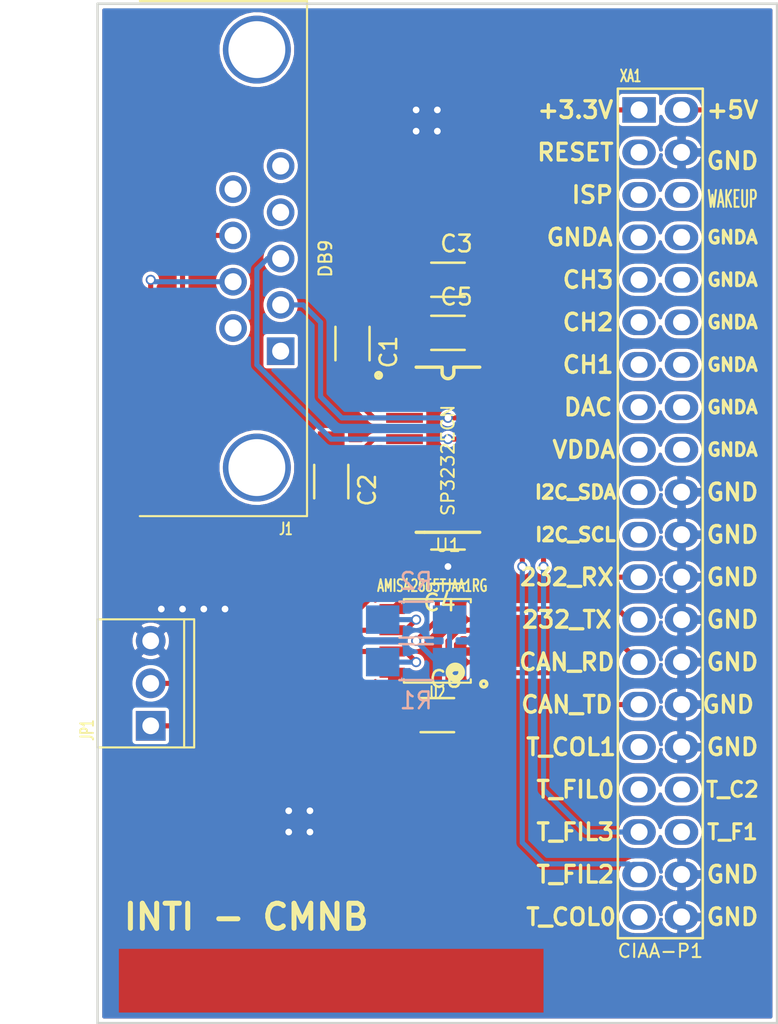
<source format=kicad_pcb>
(kicad_pcb (version 4) (host pcbnew 4.0.0-rc1-stable)
  (layers (0 F.Cu signal) (31 B.Cu signal hide) (34 B.Paste user) (35 F.Paste user) (36 B.SilkS user) (37 F.SilkS user) (38 B.Mask user) (39 F.Mask user) (44 Edge.Cuts user))
  (net 0 "")
  (net 1 "Net-(C1-Pad1)")
  (net 2 "Net-(C1-Pad2)")
  (net 3 "Net-(C2-Pad1)")
  (net 4 "Net-(C2-Pad2)")
  (net 5 GND)
  (net 6 "Net-(C3-Pad2)")
  (net 7 "Net-(C4-Pad2)")
  (net 8 +3.3V)
  (net 9 "Net-(J1-Pad1)")
  (net 10 "Net-(J1-Pad2)")
  (net 11 "Net-(J1-Pad3)")
  (net 12 "Net-(J1-Pad4)")
  (net 13 "Net-(J1-Pad5)")
  (net 14 "Net-(J1-Pad6)")
  (net 15 "Net-(J1-Pad7)")
  (net 16 "Net-(J1-Pad8)")
  (net 17 "Net-(J1-Pad9)")
  (net 18 "Net-(JP1-Pad1)")
  (net 19 "Net-(JP1-Pad2)")
  (net 20 "Net-(R1-Pad2)")
  (net 21 /Conector/RTS)
  (net 22 /Conector/CTS)
  (net 23 /Conector/RXD)
  (net 24 /Conector/TXD)
  (net 25 /Conector/CAN_TX)
  (net 26 /Conector/CAN_RX)
  (net 27 +5V)
  (net 28 "Net-(XA1-Pad11)")
  (net 29 "Net-(XA1-Pad13)")
  (net 30 "Net-(XA1-Pad6)")
  (net 31 "Net-(XA1-Pad15)")
  (net 32 "Net-(XA1-Pad8)")
  (net 33 "Net-(XA1-Pad17)")
  (net 34 "Net-(XA1-Pad10)")
  (net 35 "Net-(XA1-Pad19)")
  (net 36 "Net-(XA1-Pad12)")
  (net 37 "Net-(XA1-Pad21)")
  (net 38 "Net-(XA1-Pad14)")
  (net 39 "Net-(XA1-Pad16)")
  (net 40 "Net-(XA1-Pad18)")
  (net 41 "Net-(XA1-Pad31)")
  (net 42 "Net-(XA1-Pad33)")
  (net 43 "Net-(XA1-Pad34)")
  (net 44 "Net-(XA1-Pad36)")
  (net 45 "Net-(XA1-Pad3)")
  (net 46 "Net-(XA1-Pad5)")
  (net 47 "Net-(XA1-Pad7)")
  (net 48 "Net-(XA1-Pad9)")
  (net 49 "Net-(XA1-Pad39)")
  (module ej2:DB9_F_TH (layer F.Cu) (at 187.96 93.98 90)
    (fp_text reference J1 (at -16.165 1.735 180) (layer F.SilkS) (effects (font (size 0.7112 0.4572) (thickness 0.1143))))
    (fp_text value DB9 (at 0 4.1 90) (layer F.SilkS) (effects (font (size 0.762 0.762) (thickness 0.127))))
    (fp_line (start 15.4 3) (end 15.4 -7) (layer F.SilkS) (width 0.127))
    (fp_line (start -15.4 3) (end -15.4 -7) (layer F.SilkS) (width 0.127))
    (fp_line (start 15.4 3) (end -15.4 3) (layer F.SilkS) (width 0.127))
    (pad 1 thru_hole rect (at -5.5372 1.4224 90) (size 1.651 1.651) (drill 1.016) (layers *.Cu *.Mask) (net 9 "Net-(J1-Pad1)"))
    (pad 2 thru_hole circle (at -2.7686 1.4224 90) (size 1.651 1.651) (drill 1.016) (layers *.Cu *.Mask) (net 10 "Net-(J1-Pad2)"))
    (pad 3 thru_hole circle (at 0 1.4224 90) (size 1.651 1.651) (drill 1.016) (layers *.Cu *.Mask) (net 11 "Net-(J1-Pad3)"))
    (pad 4 thru_hole circle (at 2.7686 1.4224 90) (size 1.651 1.651) (drill 1.016) (layers *.Cu *.Mask) (net 12 "Net-(J1-Pad4)"))
    (pad 5 thru_hole circle (at 5.5372 1.4224 90) (size 1.651 1.651) (drill 1.016) (layers *.Cu *.Mask) (net 13 "Net-(J1-Pad5)"))
    (pad 6 thru_hole circle (at -4.1529 -1.4224 90) (size 1.651 1.651) (drill 1.016) (layers *.Cu *.Mask) (net 14 "Net-(J1-Pad6)"))
    (pad 7 thru_hole circle (at -1.3843 -1.4224 90) (size 1.651 1.651) (drill 1.016) (layers *.Cu *.Mask) (net 15 "Net-(J1-Pad7)"))
    (pad 8 thru_hole circle (at 1.3843 -1.4224 90) (size 1.651 1.651) (drill 1.016) (layers *.Cu *.Mask) (net 16 "Net-(J1-Pad8)"))
    (pad 9 thru_hole circle (at 4.1529 -1.4224 90) (size 1.651 1.651) (drill 1.016) (layers *.Cu *.Mask) (net 17 "Net-(J1-Pad9)"))
    (pad 10 thru_hole circle (at -12.4968 0 90) (size 4.064 4.064) (drill 3.4) (layers *.Cu *.Mask))
    (pad 11 thru_hole circle (at 12.4968 0 90) (size 4.064 4.064) (drill 3.4) (layers *.Cu *.Mask))
  )
  (module ej2:CON_PALETA_3 (layer F.Cu) (at 181.61 119.38 90)
    (fp_text reference JP1 (at -2.8 -3.8 90) (layer F.SilkS) (effects (font (size 0.762 0.4572) (thickness 0.127))))
    (fp_text value CAN)
    (fp_line (start 3.83 -3.2) (end 3.83 2.6) (layer F.SilkS) (width 0.127))
    (fp_line (start -3.83 -3.2) (end 3.83 -3.2) (layer F.SilkS) (width 0.127))
    (fp_line (start -3.83 2.6) (end -3.83 -3.2) (layer F.SilkS) (width 0.127))
    (fp_line (start 3.83 2.6) (end -3.83 2.6) (layer F.SilkS) (width 0.127))
    (fp_line (start 3.83 2) (end -3.83 2) (layer F.SilkS) (width 0.127))
    (pad 1 thru_hole rect (at -2.54 0 90) (size 1.778 1.778) (drill 1) (layers *.Cu *.Mask) (net 18 "Net-(JP1-Pad1)"))
    (pad 2 thru_hole circle (at 0 0 90) (size 1.778 1.778) (drill 1) (layers *.Cu *.Mask) (net 19 "Net-(JP1-Pad2)"))
    (pad 3 thru_hole circle (at 2.54 0 90) (size 1.778 1.778) (drill 1) (layers *.Cu *.Mask) (net 5 GND))
  )
  (module ej2:R_1206_HandSoldering (layer B.Cu) (at 197.485 118.11)
    (fp_text reference R1 (at 0 2.3) (layer B.SilkS) (effects (justify mirror)))
    (fp_text value 60)
    (fp_line (start 1 -1.075) (end -1 -1.075) (layer B.SilkS) (width 0.15))
    (fp_line (start -1 1.075) (end 1 1.075) (layer B.SilkS) (width 0.15))
    (pad 1 smd rect (at -2 0) (size 2 1.7) (layers B.Cu B.Paste B.Mask) (net 18 "Net-(JP1-Pad1)"))
    (pad 2 smd rect (at 2 0) (size 2 1.7) (layers B.Cu B.Paste B.Mask) (net 20 "Net-(R1-Pad2)"))
  )
  (module ej2:R_1206_HandSoldering (layer B.Cu) (at 197.485 115.57 180)
    (fp_text reference R2 (at 0 2.3 180) (layer B.SilkS) (effects (justify mirror)))
    (fp_text value 60)
    (fp_line (start 1 -1.075) (end -1 -1.075) (layer B.SilkS) (width 0.15))
    (fp_line (start -1 1.075) (end 1 1.075) (layer B.SilkS) (width 0.15))
    (pad 1 smd rect (at -2 0 180) (size 2 1.7) (layers B.Cu B.Paste B.Mask) (net 20 "Net-(R1-Pad2)"))
    (pad 2 smd rect (at 2 0 180) (size 2 1.7) (layers B.Cu B.Paste B.Mask) (net 19 "Net-(JP1-Pad2)"))
  )
  (module ej2:SP3232ECN-SOIC16N (layer F.Cu) (at 199.39 105.41 270)
    (fp_text reference U1 (at 5.715 0 360) (layer F.SilkS) (effects (font (size 0.762 0.762) (thickness 0.1143))))
    (fp_text value SP3232ECN (at 0.635 0 270) (layer F.SilkS) (effects (font (size 0.762 0.762) (thickness 0.1143))))
    (fp_line (start -4.6 0.35) (end -4.9 0.35) (layer F.SilkS) (width 0.2032))
    (fp_line (start -4.6 -0.35) (end -4.9 -0.35) (layer F.SilkS) (width 0.2032))
    (fp_arc (start -4.6 0) (end -4.6 -0.35) (angle 180) (layer F.SilkS) (width 0.2032))
    (fp_circle (center -4.45 4.15) (end -4.35 4.05) (layer F.SilkS) (width 0.254))
    (fp_line (start -4.93776 1.89992) (end -4.93776 0.35) (layer F.SilkS) (width 0.2032))
    (fp_line (start -4.93776 -0.35) (end -4.93776 -1.89992) (layer F.SilkS) (width 0.2032))
    (fp_line (start 4.93776 -1.89992) (end 4.93776 1.39954) (layer F.SilkS) (width 0.2032))
    (fp_line (start 4.93776 1.39954) (end 4.93776 1.89992) (layer F.SilkS) (width 0.2032))
    (pad 1 smd rect (at -4.445 2.59842 270) (size 0.59944 2.19964) (layers F.Cu F.Paste F.Mask) (net 1 "Net-(C1-Pad1)"))
    (pad 2 smd rect (at -3.175 2.59842 270) (size 0.59944 2.19964) (layers F.Cu F.Paste F.Mask) (net 6 "Net-(C3-Pad2)"))
    (pad 3 smd rect (at -1.905 2.59842 270) (size 0.59944 2.19964) (layers F.Cu F.Paste F.Mask) (net 2 "Net-(C1-Pad2)"))
    (pad 4 smd rect (at -0.635 2.59842 270) (size 0.59944 2.19964) (layers F.Cu F.Paste F.Mask) (net 3 "Net-(C2-Pad1)"))
    (pad 5 smd rect (at 0.635 2.59842 270) (size 0.59944 2.19964) (layers F.Cu F.Paste F.Mask) (net 4 "Net-(C2-Pad2)"))
    (pad 6 smd rect (at 1.905 2.59842 270) (size 0.59944 2.19964) (layers F.Cu F.Paste F.Mask) (net 7 "Net-(C4-Pad2)"))
    (pad 7 smd rect (at 3.175 2.59842 270) (size 0.59944 2.19964) (layers F.Cu F.Paste F.Mask) (net 16 "Net-(J1-Pad8)"))
    (pad 8 smd rect (at 4.445 2.59842 270) (size 0.59944 2.19964) (layers F.Cu F.Paste F.Mask) (net 15 "Net-(J1-Pad7)"))
    (pad 9 smd rect (at 4.445 -2.59842 270) (size 0.59944 2.19964) (layers F.Cu F.Paste F.Mask) (net 21 /Conector/RTS))
    (pad 10 smd rect (at 3.175 -2.59842 270) (size 0.59944 2.19964) (layers F.Cu F.Paste F.Mask) (net 22 /Conector/CTS))
    (pad 11 smd rect (at 1.905 -2.59842 270) (size 0.59944 2.19964) (layers F.Cu F.Paste F.Mask) (net 23 /Conector/RXD))
    (pad 12 smd rect (at 0.635 -2.59842 270) (size 0.59944 2.19964) (layers F.Cu F.Paste F.Mask) (net 24 /Conector/TXD))
    (pad 13 smd rect (at -0.635 -2.59842 270) (size 0.59944 2.19964) (layers F.Cu F.Paste F.Mask) (net 11 "Net-(J1-Pad3)"))
    (pad 14 smd rect (at -1.905 -2.59842 270) (size 0.59944 2.19964) (layers F.Cu F.Paste F.Mask) (net 10 "Net-(J1-Pad2)"))
    (pad 15 smd rect (at -3.175 -2.59842 270) (size 0.59944 2.19964) (layers F.Cu F.Paste F.Mask) (net 5 GND))
    (pad 16 smd rect (at -4.445 -2.59842 270) (size 0.59944 2.19964) (layers F.Cu F.Paste F.Mask) (net 8 +3.3V))
  )
  (module ej2:SOIC-8 (layer F.Cu) (at 198.755 116.84 180)
    (fp_text reference U2 (at 0 -3.1 180) (layer F.SilkS) (effects (font (size 0.7112 0.4572) (thickness 0.1143))))
    (fp_text value AMIS42665TJAA1RG (at 0.3 3.3 180) (layer F.SilkS) (effects (font (size 0.7112 0.4572) (thickness 0.1143))))
    (fp_line (start -2 -2.5) (end -2 -2.3) (layer F.SilkS) (width 0.127))
    (fp_line (start -2 2.5) (end -2 2.3) (layer F.SilkS) (width 0.127))
    (fp_line (start 2 2.5) (end 2 2.3) (layer F.SilkS) (width 0.127))
    (fp_line (start 2 -2.5) (end 2 -2.3) (layer F.SilkS) (width 0.127))
    (fp_circle (center -2.7746 -2.5764) (end -2.8 -2.5) (layer F.SilkS) (width 0.2032))
    (fp_line (start 2 -2.5) (end -2 -2.5) (layer F.SilkS) (width 0.127))
    (fp_line (start -2 2.5) (end 2 2.5) (layer F.SilkS) (width 0.127))
    (fp_circle (center -1.0746 -1.8764) (end -1.1 -1.7) (layer F.SilkS) (width 0.4))
    (pad 1 smd rect (at -2.7 -1.905 90) (size 0.6 1.52) (layers F.Cu F.Paste F.Mask) (net 25 /Conector/CAN_TX))
    (pad 2 smd rect (at -2.7 -0.635 90) (size 0.6 1.52) (layers F.Cu F.Paste F.Mask) (net 5 GND))
    (pad 3 smd rect (at -2.7 0.635 90) (size 0.6 1.52) (layers F.Cu F.Paste F.Mask) (net 27 +5V))
    (pad 4 smd rect (at -2.7 1.905 90) (size 0.6 1.52) (layers F.Cu F.Paste F.Mask) (net 26 /Conector/CAN_RX))
    (pad 5 smd rect (at 2.7 1.905 90) (size 0.6 1.52) (layers F.Cu F.Paste F.Mask) (net 20 "Net-(R1-Pad2)"))
    (pad 6 smd rect (at 2.7 0.635 90) (size 0.6 1.52) (layers F.Cu F.Paste F.Mask) (net 19 "Net-(JP1-Pad2)"))
    (pad 7 smd rect (at 2.7 -0.635 90) (size 0.6 1.52) (layers F.Cu F.Paste F.Mask) (net 18 "Net-(JP1-Pad1)"))
    (pad 8 smd rect (at 2.7 -1.905 90) (size 0.6 1.52) (layers F.Cu F.Paste F.Mask) (net 5 GND))
  )
  (module ej2:Conn_Poncho_Derecha (layer F.Cu) (at 210.82 85.09)
    (fp_text reference XA1 (at -0.508 -2.032) (layer F.SilkS) (effects (font (size 0.7112 0.4572) (thickness 0.1143))))
    (fp_text value Conn_Poncho2P_2x_20x2 hide)
    (fp_text user GND (at 5.588 48.26) (layer F.SilkS) (effects (font (thickness 0.2))))
    (fp_text user GND (at 5.588 45.72) (layer F.SilkS) (effects (font (thickness 0.2))))
    (fp_text user T_F1 (at 5.588 43.18) (layer F.SilkS) (effects (font (size 0.9 0.9) (thickness 0.18))))
    (fp_text user T_C2 (at 5.588 40.64) (layer F.SilkS) (effects (font (size 0.9 0.9) (thickness 0.18))))
    (fp_text user GND (at 5.588 38.1) (layer F.SilkS) (effects (font (thickness 0.2))))
    (fp_text user GND (at 5.334 35.56) (layer F.SilkS) (effects (font (thickness 0.2))))
    (fp_text user GND (at 5.588 33.02) (layer F.SilkS) (effects (font (thickness 0.2))))
    (fp_text user GND (at 5.588 30.48) (layer F.SilkS) (effects (font (thickness 0.2))))
    (fp_text user GND (at 5.588 27.94) (layer F.SilkS) (effects (font (thickness 0.2))))
    (fp_text user GND (at 5.588 25.4) (layer F.SilkS) (effects (font (thickness 0.2))))
    (fp_text user GND (at 5.588 22.86) (layer F.SilkS) (effects (font (thickness 0.2))))
    (fp_text user GNDA (at 5.588 20.32) (layer F.SilkS) (effects (font (size 0.76 0.76) (thickness 0.19))))
    (fp_text user GNDA (at 5.588 17.78) (layer F.SilkS) (effects (font (size 0.76 0.76) (thickness 0.19))))
    (fp_text user GNDA (at 5.588 15.24) (layer F.SilkS) (effects (font (size 0.76 0.76) (thickness 0.19))))
    (fp_text user GNDA (at 5.588 12.7) (layer F.SilkS) (effects (font (size 0.76 0.76) (thickness 0.19))))
    (fp_text user GNDA (at 5.588 10.16) (layer F.SilkS) (effects (font (size 0.76 0.76) (thickness 0.19))))
    (fp_text user GNDA (at 5.588 7.62) (layer F.SilkS) (effects (font (size 0.76 0.76) (thickness 0.19))))
    (fp_text user WAKEUP (at 5.588 5.334) (layer F.SilkS) (effects (font (size 1 0.5) (thickness 0.125))))
    (fp_text user GND (at 5.588 3.048) (layer F.SilkS) (effects (font (thickness 0.2))))
    (fp_text user +5V (at 5.588 0) (layer F.SilkS) (effects (font (thickness 0.2))))
    (fp_text user T_COL0 (at -4.064 48.26) (layer F.SilkS) (effects (font (thickness 0.2))))
    (fp_text user T_FIL2 (at -3.81 45.72) (layer F.SilkS) (effects (font (thickness 0.2))))
    (fp_text user T_FIL3 (at -3.81 43.18) (layer F.SilkS) (effects (font (thickness 0.2))))
    (fp_text user T_FIL0 (at -3.81 40.64) (layer F.SilkS) (effects (font (thickness 0.2))))
    (fp_text user T_COL1 (at -4.064 38.1) (layer F.SilkS) (effects (font (thickness 0.2))))
    (fp_text user CAN_TD (at -4.318 35.56) (layer F.SilkS) (effects (font (thickness 0.2))))
    (fp_text user CAN_RD (at -4.318 33.02) (layer F.SilkS) (effects (font (thickness 0.2))))
    (fp_text user 232_TX (at -4.318 30.48) (layer F.SilkS) (effects (font (thickness 0.2))))
    (fp_text user 232_RX (at -4.318 27.94) (layer F.SilkS) (effects (font (thickness 0.2))))
    (fp_text user I2C_SCL (at -3.81 25.4) (layer F.SilkS) (effects (font (size 0.8 0.8) (thickness 0.2))))
    (fp_text user I2C_SDA (at -3.81 22.86) (layer F.SilkS) (effects (font (size 0.8 0.8) (thickness 0.2))))
    (fp_text user VDDA (at -3.302 20.32) (layer F.SilkS) (effects (font (thickness 0.2))))
    (fp_text user DAC (at -3.048 17.78) (layer F.SilkS) (effects (font (thickness 0.2))))
    (fp_text user CH1 (at -3.048 15.24) (layer F.SilkS) (effects (font (thickness 0.2))))
    (fp_text user CH2 (at -3.048 12.7) (layer F.SilkS) (effects (font (thickness 0.2))))
    (fp_text user CH3 (at -3.048 10.16) (layer F.SilkS) (effects (font (thickness 0.2))))
    (fp_text user GNDA (at -3.556 7.62) (layer F.SilkS) (effects (font (thickness 0.2))))
    (fp_text user ISP (at -2.794 5.08) (layer F.SilkS) (effects (font (thickness 0.2))))
    (fp_text user RESET (at -3.81 2.54) (layer F.SilkS) (effects (font (thickness 0.2))))
    (fp_text user CIAA-P1 (at 1.27 50.292) (layer F.SilkS) (effects (font (size 0.8 0.8) (thickness 0.12))))
    (fp_text user +3.3V (at -3.81 0) (layer F.SilkS) (effects (font (thickness 0.2))))
    (fp_line (start -1.27 49.53) (end -1.27 -1.27) (layer F.SilkS) (width 0.15))
    (fp_line (start 3.81 49.53) (end 3.81 -1.27) (layer F.SilkS) (width 0.15))
    (fp_line (start 3.81 49.53) (end -1.27 49.53) (layer F.SilkS) (width 0.15))
    (fp_line (start 3.81 -1.27) (end -1.27 -1.27) (layer F.SilkS) (width 0.15))
    (pad 1 thru_hole rect (at 0 0 270) (size 1.524 2) (drill 1.016) (layers *.Cu *.Mask) (net 8 +3.3V))
    (pad 2 thru_hole oval (at 2.54 0 270) (size 1.524 2) (drill 1.016) (layers *.Cu *.Mask) (net 27 +5V))
    (pad 11 thru_hole oval (at 0 12.7 270) (size 1.524 2) (drill 1.016) (layers *.Cu *.Mask) (net 28 "Net-(XA1-Pad11)"))
    (pad 4 thru_hole oval (at 2.54 2.54 270) (size 1.524 2) (drill 1.016) (layers *.Cu *.Mask) (net 5 GND))
    (pad 13 thru_hole oval (at 0 15.24 270) (size 1.524 2) (drill 1.016) (layers *.Cu *.Mask) (net 29 "Net-(XA1-Pad13)"))
    (pad 6 thru_hole oval (at 2.54 5.08 270) (size 1.524 2) (drill 1.016) (layers *.Cu *.Mask) (net 30 "Net-(XA1-Pad6)"))
    (pad 15 thru_hole oval (at 0 17.78 270) (size 1.524 2) (drill 1.016) (layers *.Cu *.Mask) (net 31 "Net-(XA1-Pad15)"))
    (pad 8 thru_hole oval (at 2.54 7.62 270) (size 1.524 2) (drill 1.016) (layers *.Cu *.Mask) (net 32 "Net-(XA1-Pad8)"))
    (pad 17 thru_hole oval (at 0 20.32 270) (size 1.524 2) (drill 1.016) (layers *.Cu *.Mask) (net 33 "Net-(XA1-Pad17)"))
    (pad 10 thru_hole oval (at 2.54 10.16 270) (size 1.524 2) (drill 1.016) (layers *.Cu *.Mask) (net 34 "Net-(XA1-Pad10)"))
    (pad 19 thru_hole oval (at 0 22.86 270) (size 1.524 2) (drill 1.016) (layers *.Cu *.Mask) (net 35 "Net-(XA1-Pad19)"))
    (pad 12 thru_hole oval (at 2.54 12.7 270) (size 1.524 2) (drill 1.016) (layers *.Cu *.Mask) (net 36 "Net-(XA1-Pad12)"))
    (pad 21 thru_hole oval (at 0 25.4 270) (size 1.524 2) (drill 1.016) (layers *.Cu *.Mask) (net 37 "Net-(XA1-Pad21)"))
    (pad 14 thru_hole oval (at 2.54 15.24 270) (size 1.524 2) (drill 1.016) (layers *.Cu *.Mask) (net 38 "Net-(XA1-Pad14)"))
    (pad 23 thru_hole oval (at 0 27.94 270) (size 1.524 2) (drill 1.016) (layers *.Cu *.Mask) (net 24 /Conector/TXD))
    (pad 16 thru_hole oval (at 2.54 17.78 270) (size 1.524 2) (drill 1.016) (layers *.Cu *.Mask) (net 39 "Net-(XA1-Pad16)"))
    (pad 25 thru_hole oval (at 0 30.48 270) (size 1.524 2) (drill 1.016) (layers *.Cu *.Mask) (net 23 /Conector/RXD))
    (pad 18 thru_hole oval (at 2.54 20.32 270) (size 1.524 2) (drill 1.016) (layers *.Cu *.Mask) (net 40 "Net-(XA1-Pad18)"))
    (pad 27 thru_hole oval (at 0 33.02 270) (size 1.524 2) (drill 1.016) (layers *.Cu *.Mask) (net 26 /Conector/CAN_RX))
    (pad 20 thru_hole oval (at 2.54 22.86 270) (size 1.524 2) (drill 1.016) (layers *.Cu *.Mask) (net 5 GND))
    (pad 29 thru_hole oval (at 0 35.56 270) (size 1.524 2) (drill 1.016) (layers *.Cu *.Mask) (net 25 /Conector/CAN_TX))
    (pad 22 thru_hole oval (at 2.54 25.4 270) (size 1.524 2) (drill 1.016) (layers *.Cu *.Mask) (net 5 GND))
    (pad 31 thru_hole oval (at 0 38.1 270) (size 1.524 2) (drill 1.016) (layers *.Cu *.Mask) (net 41 "Net-(XA1-Pad31)"))
    (pad 24 thru_hole oval (at 2.54 27.94 270) (size 1.524 2) (drill 1.016) (layers *.Cu *.Mask) (net 5 GND))
    (pad 26 thru_hole oval (at 2.54 30.48 270) (size 1.524 2) (drill 1.016) (layers *.Cu *.Mask) (net 5 GND))
    (pad 33 thru_hole oval (at 0 40.64 270) (size 1.524 2) (drill 1.016) (layers *.Cu *.Mask) (net 42 "Net-(XA1-Pad33)"))
    (pad 28 thru_hole oval (at 2.54 33.02 270) (size 1.524 2) (drill 1.016) (layers *.Cu *.Mask) (net 5 GND))
    (pad 32 thru_hole oval (at 2.54 38.1 270) (size 1.524 2) (drill 1.016) (layers *.Cu *.Mask) (net 5 GND))
    (pad 34 thru_hole oval (at 2.54 40.64 270) (size 1.524 2) (drill 1.016) (layers *.Cu *.Mask) (net 43 "Net-(XA1-Pad34)"))
    (pad 36 thru_hole oval (at 2.54 43.18 270) (size 1.524 2) (drill 1.016) (layers *.Cu *.Mask) (net 44 "Net-(XA1-Pad36)"))
    (pad 38 thru_hole oval (at 2.54 45.72 270) (size 1.524 2) (drill 1.016) (layers *.Cu *.Mask) (net 5 GND))
    (pad 35 thru_hole oval (at 0 43.18 270) (size 1.524 2) (drill 1.016) (layers *.Cu *.Mask) (net 22 /Conector/CTS))
    (pad 37 thru_hole oval (at 0 45.72 270) (size 1.524 2) (drill 1.016) (layers *.Cu *.Mask) (net 21 /Conector/RTS))
    (pad 3 thru_hole oval (at 0 2.54 270) (size 1.524 2) (drill 1.016) (layers *.Cu *.Mask) (net 45 "Net-(XA1-Pad3)"))
    (pad 5 thru_hole oval (at 0 5.08 270) (size 1.524 2) (drill 1.016) (layers *.Cu *.Mask) (net 46 "Net-(XA1-Pad5)"))
    (pad 7 thru_hole oval (at 0 7.62 270) (size 1.524 2) (drill 1.016) (layers *.Cu *.Mask) (net 47 "Net-(XA1-Pad7)"))
    (pad 9 thru_hole oval (at 0 10.16 270) (size 1.524 2) (drill 1.016) (layers *.Cu *.Mask) (net 48 "Net-(XA1-Pad9)"))
    (pad 39 thru_hole oval (at 0 48.26 270) (size 1.524 2) (drill 1.016) (layers *.Cu *.Mask) (net 49 "Net-(XA1-Pad39)"))
    (pad 40 thru_hole oval (at 2.54 48.26 270) (size 1.524 2) (drill 1.016) (layers *.Cu *.Mask) (net 5 GND))
    (pad 30 thru_hole oval (at 2.54 35.56 270) (size 1.524 2) (drill 1.016) (layers *.Cu *.Mask) (net 5 GND))
  )
  (module ej2:C_1206_Handsoldering (layer F.Cu) (at 193.675 99.06 270)
    (fp_text reference C1 (at 0.508 -2.159 270) (layer F.SilkS))
    (fp_text value 100nF)
    (fp_line (start -1 1.015) (end 1 1.015) (layer F.SilkS) (width 0.15))
    (fp_line (start 1 -1.025) (end -1 -1.025) (layer F.SilkS) (width 0.15))
    (pad 1 smd rect (at -2 0 270) (size 2 1.6) (layers F.Cu F.Paste F.Mask) (net 1 "Net-(C1-Pad1)"))
    (pad 2 smd rect (at 2 0 270) (size 2 1.6) (layers F.Cu F.Paste F.Mask) (net 2 "Net-(C1-Pad2)"))
  )
  (module ej2:C_1206_Handsoldering (layer F.Cu) (at 192.405 107.315 270)
    (fp_text reference C2 (at 0.508 -2.159 270) (layer F.SilkS))
    (fp_text value 100nF)
    (fp_line (start -1 1.015) (end 1 1.015) (layer F.SilkS) (width 0.15))
    (fp_line (start 1 -1.025) (end -1 -1.025) (layer F.SilkS) (width 0.15))
    (pad 1 smd rect (at -2 0 270) (size 2 1.6) (layers F.Cu F.Paste F.Mask) (net 3 "Net-(C2-Pad1)"))
    (pad 2 smd rect (at 2 0 270) (size 2 1.6) (layers F.Cu F.Paste F.Mask) (net 4 "Net-(C2-Pad2)"))
  )
  (module ej2:C_1206_Handsoldering (layer F.Cu) (at 199.39 95.25)
    (fp_text reference C3 (at 0.508 -2.159) (layer F.SilkS))
    (fp_text value 100nF)
    (fp_line (start -1 1.015) (end 1 1.015) (layer F.SilkS) (width 0.15))
    (fp_line (start 1 -1.025) (end -1 -1.025) (layer F.SilkS) (width 0.15))
    (pad 1 smd rect (at -2 0) (size 2 1.6) (layers F.Cu F.Paste F.Mask) (net 5 GND))
    (pad 2 smd rect (at 2 0) (size 2 1.6) (layers F.Cu F.Paste F.Mask) (net 6 "Net-(C3-Pad2)"))
  )
  (module ej2:C_1206_Handsoldering (layer F.Cu) (at 199.39 112.395 180)
    (fp_text reference C4 (at 0.508 -2.159 180) (layer F.SilkS))
    (fp_text value 100nF)
    (fp_line (start -1 1.015) (end 1 1.015) (layer F.SilkS) (width 0.15))
    (fp_line (start 1 -1.025) (end -1 -1.025) (layer F.SilkS) (width 0.15))
    (pad 1 smd rect (at -2 0 180) (size 2 1.6) (layers F.Cu F.Paste F.Mask) (net 5 GND))
    (pad 2 smd rect (at 2 0 180) (size 2 1.6) (layers F.Cu F.Paste F.Mask) (net 7 "Net-(C4-Pad2)"))
  )
  (module ej2:C_1206_Handsoldering (layer F.Cu) (at 199.39 98.425)
    (fp_text reference C5 (at 0.508 -2.159) (layer F.SilkS))
    (fp_text value 100nF)
    (fp_line (start -1 1.015) (end 1 1.015) (layer F.SilkS) (width 0.15))
    (fp_line (start 1 -1.025) (end -1 -1.025) (layer F.SilkS) (width 0.15))
    (pad 1 smd rect (at -2 0) (size 2 1.6) (layers F.Cu F.Paste F.Mask) (net 5 GND))
    (pad 2 smd rect (at 2 0) (size 2 1.6) (layers F.Cu F.Paste F.Mask) (net 8 +3.3V))
  )
  (module ej2:C_1206_Handsoldering (layer F.Cu) (at 198.755 121.285)
    (fp_text reference C6 (at 0.508 -2.159) (layer F.SilkS))
    (fp_text value "100 nF")
    (fp_line (start -1 1.015) (end 1 1.015) (layer F.SilkS) (width 0.15))
    (fp_line (start 1 -1.025) (end -1 -1.025) (layer F.SilkS) (width 0.15))
    (pad 1 smd rect (at -2 0) (size 2 1.6) (layers F.Cu F.Paste F.Mask) (net 5 GND))
    (pad 2 smd rect (at 2 0) (size 2 1.6) (layers F.Cu F.Paste F.Mask) (net 27 +5V))
  )
  (gr_text "INTI - CMNB" (at 187.325 133.35) (layer F.SilkS) (effects (font (size 1.5 1.5) (thickness 0.3))))
  (gr_line (start 219.075 139.7) (end 219.075 78.74) (angle 90) (layer Edge.Cuts) (width 0.15))
  (gr_line (start 178.435 139.7) (end 219.075 139.7) (angle 90) (layer Edge.Cuts) (width 0.15))
  (gr_line (start 178.435 78.74) (end 178.435 139.7) (angle 90) (layer Edge.Cuts) (width 0.15))
  (gr_line (start 219.075 78.74) (end 178.435 78.74) (angle 90) (layer Edge.Cuts) (width 0.15))
  (segment (start 196.79158 100.965) (end 196.79158 100.90658) (width 0.3048) (layer F.Cu) (net 1))
  (segment (start 196.79158 100.90658) (end 193.675 97.79) (width 0.3048) (layer F.Cu) (net 1))
  (segment (start 193.675 97.79) (end 193.675 97.06) (width 0.3048) (layer F.Cu) (net 1))
  (segment (start 196.79158 103.505) (end 194.945 103.505) (width 0.3048) (layer F.Cu) (net 2))
  (segment (start 193.675 102.235) (end 193.675 101.06) (width 0.3048) (layer F.Cu) (net 2))
  (segment (start 194.945 103.505) (end 193.675 102.235) (width 0.3048) (layer F.Cu) (net 2))
  (segment (start 192.405 105.315) (end 193.675 105.315) (width 0.3048) (layer F.Cu) (net 3))
  (segment (start 194.945 104.775) (end 196.79158 104.775) (width 0.3048) (layer F.Cu) (net 3))
  (segment (start 194.405 105.315) (end 194.945 104.775) (width 0.3048) (layer F.Cu) (net 3))
  (segment (start 193.675 105.315) (end 194.405 105.315) (width 0.3048) (layer F.Cu) (net 3))
  (segment (start 196.79158 106.045) (end 194.945 106.045) (width 0.3048) (layer F.Cu) (net 4))
  (segment (start 194.945 106.045) (end 192.405 108.585) (width 0.3048) (layer F.Cu) (net 4))
  (segment (start 192.405 108.585) (end 192.405 109.315) (width 0.3048) (layer F.Cu) (net 4))
  (segment (start 199.39 112.395) (end 196.215 112.395) (width 0.3048) (layer B.Cu) (net 5))
  (via (at 199.39 112.395) (size 0.6) (drill 0.4) (layers F.Cu B.Cu) (net 5))
  (segment (start 201.39 112.395) (end 199.39 112.395) (width 0.3048) (layer F.Cu) (net 5))
  (via (at 182.245 114.935) (size 0.6) (drill 0.4) (layers F.Cu B.Cu) (net 5))
  (segment (start 183.515 114.935) (end 182.245 114.935) (width 0.3048) (layer F.Cu) (net 5))
  (via (at 183.515 114.935) (size 0.6) (drill 0.4) (layers F.Cu B.Cu) (net 5))
  (segment (start 184.785 114.935) (end 183.515 114.935) (width 0.3048) (layer B.Cu) (net 5))
  (via (at 184.785 114.935) (size 0.6) (drill 0.4) (layers F.Cu B.Cu) (net 5))
  (segment (start 186.055 114.935) (end 184.785 114.935) (width 0.3048) (layer F.Cu) (net 5))
  (via (at 186.055 114.935) (size 0.6) (drill 0.4) (layers F.Cu B.Cu) (net 5))
  (segment (start 193.675 114.935) (end 186.055 114.935) (width 0.3048) (layer B.Cu) (net 5))
  (segment (start 196.215 112.395) (end 193.675 114.935) (width 0.3048) (layer B.Cu) (net 5))
  (segment (start 196.755 121.285) (end 196.755 121.38) (width 0.3048) (layer F.Cu) (net 5))
  (segment (start 196.755 121.38) (end 191.135 127) (width 0.3048) (layer F.Cu) (net 5))
  (via (at 191.135 127) (size 0.6) (drill 0.4) (layers F.Cu B.Cu) (net 5))
  (segment (start 191.135 127) (end 189.865 127) (width 0.3048) (layer B.Cu) (net 5))
  (segment (start 189.865 127) (end 191.135 127) (width 0.3048) (layer B.Cu) (net 5))
  (segment (start 191.135 127) (end 189.865 127) (width 0.3048) (layer B.Cu) (net 5))
  (via (at 189.865 127) (size 0.6) (drill 0.4) (layers F.Cu B.Cu) (net 5))
  (segment (start 189.865 127) (end 189.865 128.27) (width 0.3048) (layer F.Cu) (net 5))
  (via (at 189.865 128.27) (size 0.6) (drill 0.4) (layers F.Cu B.Cu) (net 5))
  (segment (start 189.865 128.27) (end 191.135 128.27) (width 0.3048) (layer B.Cu) (net 5))
  (via (at 191.135 128.27) (size 0.6) (drill 0.4) (layers F.Cu B.Cu) (net 5))
  (segment (start 197.485 85.09) (end 198.755 85.09) (width 0.3048) (layer F.Cu) (net 5))
  (segment (start 198.755 86.36) (end 198.755 85.09) (width 0.3048) (layer F.Cu) (net 5))
  (via (at 198.755 85.09) (size 0.6) (drill 0.4) (layers F.Cu B.Cu) (net 5))
  (segment (start 197.39 86.455) (end 197.39 95.25) (width 0.3048) (layer F.Cu) (net 5))
  (segment (start 197.485 86.36) (end 198.755 86.36) (width 0.3048) (layer B.Cu) (net 5))
  (via (at 197.485 86.36) (size 0.6) (drill 0.4) (layers F.Cu B.Cu) (net 5))
  (segment (start 197.39 86.455) (end 197.485 86.36) (width 0.3048) (layer F.Cu) (net 5))
  (via (at 198.755 86.36) (size 0.6) (drill 0.4) (layers F.Cu B.Cu) (net 5))
  (via (at 197.485 85.09) (size 0.6) (drill 0.4) (layers F.Cu B.Cu) (net 5))
  (segment (start 195.58 96.52) (end 195.58 95.25) (width 0.3048) (layer F.Cu) (net 5))
  (segment (start 195.58 95.25) (end 197.39 95.25) (width 0.3048) (layer F.Cu) (net 5))
  (segment (start 195.58 96.52) (end 195.58 97.79) (width 0.3048) (layer F.Cu) (net 5))
  (segment (start 196.215 98.425) (end 197.39 98.425) (width 0.3048) (layer F.Cu) (net 5))
  (segment (start 195.58 97.79) (end 196.215 98.425) (width 0.3048) (layer F.Cu) (net 5))
  (segment (start 196.755 121.285) (end 196.755 119.445) (width 0.3048) (layer F.Cu) (net 5))
  (segment (start 196.755 119.445) (end 196.055 118.745) (width 0.3048) (layer F.Cu) (net 5))
  (segment (start 196.79158 102.235) (end 198.755 102.235) (width 0.3048) (layer F.Cu) (net 6))
  (segment (start 199.39 96.52) (end 200.66 95.25) (width 0.3048) (layer F.Cu) (net 6))
  (segment (start 199.39 101.6) (end 199.39 96.52) (width 0.3048) (layer F.Cu) (net 6))
  (segment (start 198.755 102.235) (end 199.39 101.6) (width 0.3048) (layer F.Cu) (net 6))
  (segment (start 200.66 95.25) (end 201.39 95.25) (width 0.3048) (layer F.Cu) (net 6))
  (segment (start 196.79158 107.315) (end 198.12 107.315) (width 0.3048) (layer F.Cu) (net 7))
  (segment (start 198.755 111.03) (end 197.39 112.395) (width 0.3048) (layer F.Cu) (net 7))
  (segment (start 198.755 107.95) (end 198.755 111.03) (width 0.3048) (layer F.Cu) (net 7))
  (segment (start 198.12 107.315) (end 198.755 107.95) (width 0.3048) (layer F.Cu) (net 7))
  (segment (start 201.98842 100.965) (end 203.835 100.965) (width 0.3048) (layer F.Cu) (net 8))
  (segment (start 203.835 100.965) (end 203.835 98.425) (width 0.3048) (layer F.Cu) (net 8))
  (segment (start 210.82 85.09) (end 207.645 85.09) (width 0.3048) (layer F.Cu) (net 8))
  (segment (start 203.835 98.425) (end 201.39 98.425) (width 0.3048) (layer F.Cu) (net 8))
  (segment (start 206.375 95.885) (end 203.835 98.425) (width 0.3048) (layer F.Cu) (net 8))
  (segment (start 206.375 86.36) (end 206.375 95.885) (width 0.3048) (layer F.Cu) (net 8))
  (segment (start 207.645 85.09) (end 206.375 86.36) (width 0.3048) (layer F.Cu) (net 8))
  (segment (start 189.3824 96.7486) (end 190.7286 96.7486) (width 0.3048) (layer B.Cu) (net 10))
  (segment (start 199.39 103.505) (end 201.98842 103.505) (width 0.3048) (layer F.Cu) (net 10))
  (via (at 199.39 103.505) (size 0.6) (drill 0.4) (layers F.Cu B.Cu) (net 10))
  (segment (start 193.04 103.505) (end 199.39 103.505) (width 0.3048) (layer B.Cu) (net 10))
  (segment (start 191.77 102.235) (end 193.04 103.505) (width 0.3048) (layer B.Cu) (net 10))
  (segment (start 191.77 97.79) (end 191.77 102.235) (width 0.3048) (layer B.Cu) (net 10))
  (segment (start 190.7286 96.7486) (end 191.77 97.79) (width 0.3048) (layer B.Cu) (net 10))
  (segment (start 189.3824 93.98) (end 188.595 93.98) (width 0.3048) (layer B.Cu) (net 11))
  (segment (start 188.595 93.98) (end 187.96 94.615) (width 0.3048) (layer B.Cu) (net 11))
  (segment (start 187.96 94.615) (end 187.96 100.33) (width 0.3048) (layer B.Cu) (net 11))
  (segment (start 187.96 100.33) (end 192.405 104.775) (width 0.3048) (layer B.Cu) (net 11))
  (segment (start 192.405 104.775) (end 199.39 104.775) (width 0.3048) (layer B.Cu) (net 11))
  (via (at 199.39 104.775) (size 0.6) (drill 0.4) (layers F.Cu B.Cu) (net 11))
  (segment (start 199.39 104.775) (end 201.98842 104.775) (width 0.3048) (layer F.Cu) (net 11))
  (segment (start 196.79158 109.855) (end 196.215 109.855) (width 0.3048) (layer F.Cu) (net 15))
  (segment (start 196.215 109.855) (end 195.58 110.49) (width 0.3048) (layer F.Cu) (net 15))
  (segment (start 195.58 110.49) (end 195.58 111.76) (width 0.3048) (layer F.Cu) (net 15))
  (segment (start 195.58 111.76) (end 193.675 113.665) (width 0.3048) (layer F.Cu) (net 15))
  (segment (start 193.675 113.665) (end 185.42 113.665) (width 0.3048) (layer F.Cu) (net 15))
  (segment (start 185.42 113.665) (end 181.61 109.855) (width 0.3048) (layer F.Cu) (net 15))
  (segment (start 181.61 109.855) (end 181.61 95.25) (width 0.3048) (layer F.Cu) (net 15))
  (via (at 181.61 95.25) (size 0.6) (drill 0.4) (layers F.Cu B.Cu) (net 15))
  (segment (start 181.61 95.25) (end 181.7243 95.3643) (width 0.3048) (layer B.Cu) (net 15))
  (segment (start 181.7243 95.3643) (end 186.5376 95.3643) (width 0.3048) (layer B.Cu) (net 15))
  (segment (start 196.79158 108.585) (end 194.945 108.585) (width 0.3048) (layer F.Cu) (net 16))
  (segment (start 184.8993 92.5957) (end 186.5376 92.5957) (width 0.3048) (layer F.Cu) (net 16))
  (segment (start 183.515 93.98) (end 184.8993 92.5957) (width 0.3048) (layer F.Cu) (net 16))
  (segment (start 183.515 110.49) (end 183.515 93.98) (width 0.3048) (layer F.Cu) (net 16))
  (segment (start 185.42 112.395) (end 183.515 110.49) (width 0.3048) (layer F.Cu) (net 16))
  (segment (start 193.675 112.395) (end 185.42 112.395) (width 0.3048) (layer F.Cu) (net 16))
  (segment (start 194.31 111.76) (end 193.675 112.395) (width 0.3048) (layer F.Cu) (net 16))
  (segment (start 194.31 109.22) (end 194.31 111.76) (width 0.3048) (layer F.Cu) (net 16))
  (segment (start 194.945 108.585) (end 194.31 109.22) (width 0.3048) (layer F.Cu) (net 16))
  (segment (start 196.055 117.475) (end 196.85 117.475) (width 0.3048) (layer F.Cu) (net 18))
  (segment (start 197.485 118.11) (end 195.485 118.11) (width 0.3048) (layer B.Cu) (net 18))
  (via (at 197.485 118.11) (size 0.6) (drill 0.4) (layers F.Cu B.Cu) (net 18))
  (segment (start 196.85 117.475) (end 197.485 118.11) (width 0.3048) (layer F.Cu) (net 18))
  (segment (start 181.61 121.92) (end 187.325 121.92) (width 0.3048) (layer F.Cu) (net 18))
  (segment (start 191.77 117.475) (end 196.055 117.475) (width 0.3048) (layer F.Cu) (net 18))
  (segment (start 187.325 121.92) (end 191.77 117.475) (width 0.3048) (layer F.Cu) (net 18))
  (segment (start 196.055 116.205) (end 196.85 116.205) (width 0.3048) (layer F.Cu) (net 19))
  (segment (start 197.485 115.57) (end 195.485 115.57) (width 0.3048) (layer B.Cu) (net 19))
  (via (at 197.485 115.57) (size 0.6) (drill 0.4) (layers F.Cu B.Cu) (net 19))
  (segment (start 196.85 116.205) (end 197.485 115.57) (width 0.3048) (layer F.Cu) (net 19))
  (segment (start 181.61 119.38) (end 186.055 119.38) (width 0.3048) (layer F.Cu) (net 19))
  (segment (start 189.23 116.205) (end 196.055 116.205) (width 0.3048) (layer F.Cu) (net 19))
  (segment (start 186.055 119.38) (end 189.23 116.205) (width 0.3048) (layer F.Cu) (net 19))
  (segment (start 199.485 115.57) (end 199.485 118.11) (width 0.3048) (layer B.Cu) (net 20))
  (segment (start 199.485 118.11) (end 198.755 118.11) (width 0.3048) (layer B.Cu) (net 20))
  (segment (start 198.755 118.11) (end 197.485 116.84) (width 0.3048) (layer B.Cu) (net 20))
  (via (at 197.485 116.84) (size 0.6) (drill 0.4) (layers F.Cu B.Cu) (net 20))
  (segment (start 197.485 116.84) (end 198.755 115.57) (width 0.3048) (layer F.Cu) (net 20))
  (segment (start 198.755 115.57) (end 198.755 114.3) (width 0.3048) (layer F.Cu) (net 20))
  (segment (start 198.755 114.3) (end 198.12 113.665) (width 0.3048) (layer F.Cu) (net 20))
  (segment (start 198.12 113.665) (end 197.325 113.665) (width 0.3048) (layer F.Cu) (net 20))
  (segment (start 197.325 113.665) (end 196.055 114.935) (width 0.3048) (layer F.Cu) (net 20))
  (segment (start 201.98842 109.855) (end 203.2 109.855) (width 0.3048) (layer F.Cu) (net 21))
  (segment (start 205.105 130.175) (end 210.185 130.175) (width 0.3048) (layer B.Cu) (net 21))
  (segment (start 203.835 128.905) (end 205.105 130.175) (width 0.3048) (layer B.Cu) (net 21))
  (segment (start 203.835 112.395) (end 203.835 128.905) (width 0.3048) (layer B.Cu) (net 21))
  (via (at 203.835 112.395) (size 0.6) (drill 0.4) (layers F.Cu B.Cu) (net 21))
  (segment (start 203.835 110.49) (end 203.835 112.395) (width 0.3048) (layer F.Cu) (net 21))
  (segment (start 203.2 109.855) (end 203.835 110.49) (width 0.3048) (layer F.Cu) (net 21))
  (segment (start 210.185 130.175) (end 210.82 130.81) (width 0.3048) (layer B.Cu) (net 21))
  (segment (start 205.105 112.395) (end 205.105 125.73) (width 0.3048) (layer B.Cu) (net 22))
  (segment (start 203.835 108.585) (end 205.105 109.855) (width 0.3048) (layer F.Cu) (net 22))
  (segment (start 205.105 109.855) (end 205.105 112.395) (width 0.3048) (layer F.Cu) (net 22))
  (via (at 205.105 112.395) (size 0.6) (drill 0.4) (layers F.Cu B.Cu) (net 22))
  (segment (start 201.98842 108.585) (end 203.835 108.585) (width 0.3048) (layer F.Cu) (net 22))
  (segment (start 207.645 128.27) (end 210.82 128.27) (width 0.3048) (layer B.Cu) (net 22))
  (segment (start 205.105 125.73) (end 207.645 128.27) (width 0.3048) (layer B.Cu) (net 22))
  (segment (start 210.82 115.57) (end 210.185 115.57) (width 0.3048) (layer F.Cu) (net 23))
  (segment (start 210.185 115.57) (end 206.375 111.76) (width 0.3048) (layer F.Cu) (net 23))
  (segment (start 206.375 111.76) (end 206.375 108.585) (width 0.3048) (layer F.Cu) (net 23))
  (segment (start 206.375 108.585) (end 205.105 107.315) (width 0.3048) (layer F.Cu) (net 23))
  (segment (start 205.105 107.315) (end 201.98842 107.315) (width 0.3048) (layer F.Cu) (net 23))
  (segment (start 210.82 113.03) (end 209.55 113.03) (width 0.3048) (layer F.Cu) (net 24))
  (segment (start 206.375 106.045) (end 201.98842 106.045) (width 0.3048) (layer F.Cu) (net 24))
  (segment (start 207.645 107.315) (end 206.375 106.045) (width 0.3048) (layer F.Cu) (net 24))
  (segment (start 207.645 111.125) (end 207.645 107.315) (width 0.3048) (layer F.Cu) (net 24))
  (segment (start 209.55 113.03) (end 207.645 111.125) (width 0.3048) (layer F.Cu) (net 24))
  (segment (start 201.455 118.745) (end 207.01 118.745) (width 0.3048) (layer F.Cu) (net 25))
  (segment (start 208.915 120.65) (end 210.82 120.65) (width 0.3048) (layer F.Cu) (net 25))
  (segment (start 208.28 120.015) (end 208.915 120.65) (width 0.3048) (layer F.Cu) (net 25))
  (segment (start 207.01 118.745) (end 208.28 120.015) (width 0.3048) (layer F.Cu) (net 25))
  (segment (start 201.455 114.935) (end 206.375 114.935) (width 0.3048) (layer F.Cu) (net 26))
  (segment (start 209.55 116.84) (end 210.82 118.11) (width 0.3048) (layer F.Cu) (net 26))
  (segment (start 208.28 116.84) (end 209.55 116.84) (width 0.3048) (layer F.Cu) (net 26))
  (segment (start 206.375 114.935) (end 208.28 116.84) (width 0.3048) (layer F.Cu) (net 26))
  (segment (start 200.755 121.285) (end 200.755 130.27) (width 0.3048) (layer F.Cu) (net 27))
  (segment (start 214.63 85.09) (end 213.36 85.09) (width 0.3048) (layer F.Cu) (net 27))
  (segment (start 215.265 85.725) (end 214.63 85.09) (width 0.3048) (layer F.Cu) (net 27))
  (segment (start 215.265 135.255) (end 215.265 85.725) (width 0.3048) (layer F.Cu) (net 27))
  (segment (start 214.63 135.89) (end 215.265 135.255) (width 0.3048) (layer F.Cu) (net 27))
  (segment (start 206.375 135.89) (end 214.63 135.89) (width 0.3048) (layer F.Cu) (net 27))
  (segment (start 200.755 130.27) (end 206.375 135.89) (width 0.3048) (layer F.Cu) (net 27))
  (segment (start 200.755 121.285) (end 200.755 120.745) (width 0.3048) (layer F.Cu) (net 27))
  (segment (start 200.755 120.745) (end 199.39 119.38) (width 0.3048) (layer F.Cu) (net 27))
  (segment (start 199.39 119.38) (end 199.39 116.84) (width 0.3048) (layer F.Cu) (net 27))
  (segment (start 199.39 116.84) (end 200.025 116.205) (width 0.3048) (layer F.Cu) (net 27))
  (segment (start 200.025 116.205) (end 201.455 116.205) (width 0.3048) (layer F.Cu) (net 27))
  (zone (net 5) (net_name GND) (layer B.Cu) (connect_pads (clearance 0.2032)) (min_thickness 0.2032) (fill yes (arc_segments 32) (thermal_gap 0.2032) (thermal_bridge_width 0.508))
    (polygon (pts (xy 178.435 139.7) (xy 178.435 78.74) (xy 219.075 78.74) (xy 219.075 139.7)))
    (polygon (pts (xy 179.705 135.255) (xy 179.705 139.065) (xy 205.105 139.065) (xy 205.105 135.255)))
  )
  (zone (net 5) (net_name GND) (layer F.Cu) (connect_pads (clearance 0.2032)) (min_thickness 0.2032) (fill yes (arc_segments 32) (thermal_gap 0.2032) (thermal_bridge_width 0.508))
    (polygon (pts (xy 178.435 139.7) (xy 178.435 78.74) (xy 219.075 78.74) (xy 219.075 139.7)))
  )
  (zone (net 0) (net_name "") (layer F.Cu) (connect_pads (clearance 0.2032)) (min_thickness 0.2032)
    (keepout (tracks allowed) (vias not_allowed) (copperpour not_allowed))
    (fill yes (arc_segments 32) (thermal_gap 0.2032) (thermal_bridge_width 0.508))
    (polygon (pts (xy 194.945 114.3) (xy 193.675 115.57) (xy 187.325 115.57) (xy 184.785 118.11) (xy 179.705 118.11) (xy 179.705 124.46) (xy 187.325 124.46) (xy 189.865 124.46) (xy 194.945 119.38)))
  )
)
</source>
